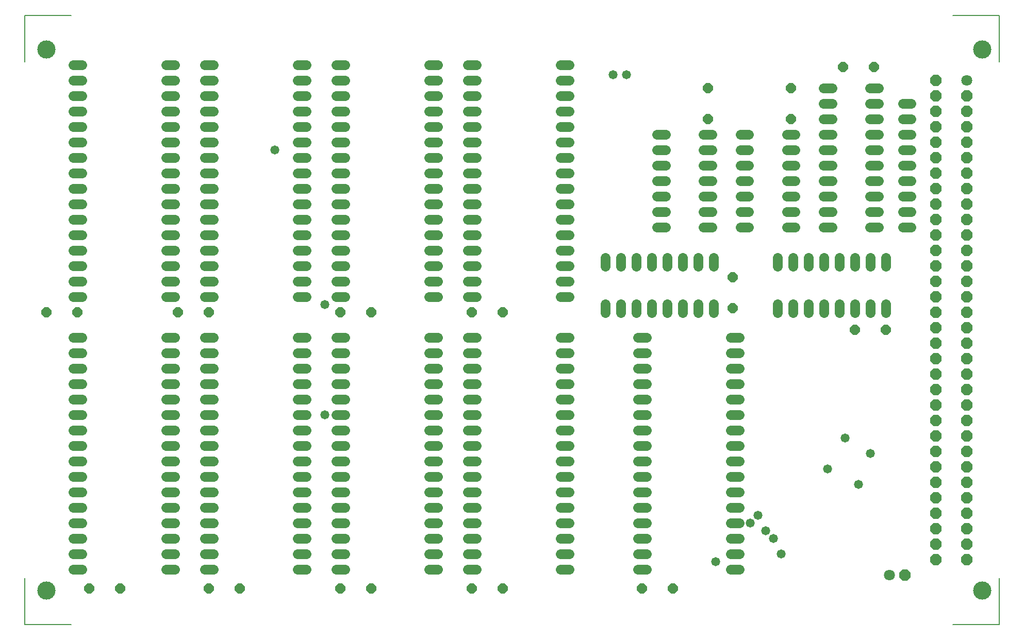
<source format=gbs>
G75*
%MOIN*%
%OFA0B0*%
%FSLAX24Y24*%
%IPPOS*%
%LPD*%
%AMOC8*
5,1,8,0,0,1.08239X$1,22.5*
%
%ADD10C,0.0640*%
%ADD11C,0.0060*%
%ADD12C,0.0710*%
%ADD13OC8,0.0710*%
%ADD14C,0.1180*%
%ADD15OC8,0.0640*%
%ADD16C,0.0580*%
D10*
X008053Y010985D02*
X008613Y010985D01*
X008613Y011985D02*
X008053Y011985D01*
X008053Y012985D02*
X008613Y012985D01*
X008613Y013985D02*
X008053Y013985D01*
X008053Y014985D02*
X008613Y014985D01*
X008613Y015985D02*
X008053Y015985D01*
X008053Y016985D02*
X008613Y016985D01*
X008613Y017985D02*
X008053Y017985D01*
X008053Y018985D02*
X008613Y018985D01*
X008613Y019985D02*
X008053Y019985D01*
X008053Y020985D02*
X008613Y020985D01*
X008613Y021985D02*
X008053Y021985D01*
X008053Y022985D02*
X008613Y022985D01*
X008613Y023985D02*
X008053Y023985D01*
X008053Y024985D02*
X008613Y024985D01*
X008613Y025985D02*
X008053Y025985D01*
X008053Y028610D02*
X008613Y028610D01*
X008613Y029610D02*
X008053Y029610D01*
X008053Y030610D02*
X008613Y030610D01*
X008613Y031610D02*
X008053Y031610D01*
X008053Y032610D02*
X008613Y032610D01*
X008613Y033610D02*
X008053Y033610D01*
X008053Y034610D02*
X008613Y034610D01*
X008613Y035610D02*
X008053Y035610D01*
X008053Y036610D02*
X008613Y036610D01*
X008613Y037610D02*
X008053Y037610D01*
X008053Y038610D02*
X008613Y038610D01*
X008613Y039610D02*
X008053Y039610D01*
X008053Y040610D02*
X008613Y040610D01*
X008613Y041610D02*
X008053Y041610D01*
X008053Y042610D02*
X008613Y042610D01*
X008613Y043610D02*
X008053Y043610D01*
X014053Y043610D02*
X014613Y043610D01*
X014613Y042610D02*
X014053Y042610D01*
X014053Y041610D02*
X014613Y041610D01*
X014613Y040610D02*
X014053Y040610D01*
X014053Y039610D02*
X014613Y039610D01*
X014613Y038610D02*
X014053Y038610D01*
X014053Y037610D02*
X014613Y037610D01*
X014613Y036610D02*
X014053Y036610D01*
X014053Y035610D02*
X014613Y035610D01*
X014613Y034610D02*
X014053Y034610D01*
X014053Y033610D02*
X014613Y033610D01*
X014613Y032610D02*
X014053Y032610D01*
X014053Y031610D02*
X014613Y031610D01*
X014613Y030610D02*
X014053Y030610D01*
X014053Y029610D02*
X014613Y029610D01*
X014613Y028610D02*
X014053Y028610D01*
X016553Y028610D02*
X017113Y028610D01*
X017113Y029610D02*
X016553Y029610D01*
X016553Y030610D02*
X017113Y030610D01*
X017113Y031610D02*
X016553Y031610D01*
X016553Y032610D02*
X017113Y032610D01*
X017113Y033610D02*
X016553Y033610D01*
X016553Y034610D02*
X017113Y034610D01*
X017113Y035610D02*
X016553Y035610D01*
X016553Y036610D02*
X017113Y036610D01*
X017113Y037610D02*
X016553Y037610D01*
X016553Y038610D02*
X017113Y038610D01*
X017113Y039610D02*
X016553Y039610D01*
X016553Y040610D02*
X017113Y040610D01*
X017113Y041610D02*
X016553Y041610D01*
X016553Y042610D02*
X017113Y042610D01*
X017113Y043610D02*
X016553Y043610D01*
X022553Y043610D02*
X023113Y043610D01*
X023113Y042610D02*
X022553Y042610D01*
X022553Y041610D02*
X023113Y041610D01*
X023113Y040610D02*
X022553Y040610D01*
X022553Y039610D02*
X023113Y039610D01*
X023113Y038610D02*
X022553Y038610D01*
X022553Y037610D02*
X023113Y037610D01*
X023113Y036610D02*
X022553Y036610D01*
X022553Y035610D02*
X023113Y035610D01*
X023113Y034610D02*
X022553Y034610D01*
X022553Y033610D02*
X023113Y033610D01*
X023113Y032610D02*
X022553Y032610D01*
X022553Y031610D02*
X023113Y031610D01*
X023113Y030610D02*
X022553Y030610D01*
X022553Y029610D02*
X023113Y029610D01*
X023113Y028610D02*
X022553Y028610D01*
X025053Y028610D02*
X025613Y028610D01*
X025613Y029610D02*
X025053Y029610D01*
X025053Y030610D02*
X025613Y030610D01*
X025613Y031610D02*
X025053Y031610D01*
X025053Y032610D02*
X025613Y032610D01*
X025613Y033610D02*
X025053Y033610D01*
X025053Y034610D02*
X025613Y034610D01*
X025613Y035610D02*
X025053Y035610D01*
X025053Y036610D02*
X025613Y036610D01*
X025613Y037610D02*
X025053Y037610D01*
X025053Y038610D02*
X025613Y038610D01*
X025613Y039610D02*
X025053Y039610D01*
X025053Y040610D02*
X025613Y040610D01*
X025613Y041610D02*
X025053Y041610D01*
X025053Y042610D02*
X025613Y042610D01*
X025613Y043610D02*
X025053Y043610D01*
X031053Y043610D02*
X031613Y043610D01*
X031613Y042610D02*
X031053Y042610D01*
X031053Y041610D02*
X031613Y041610D01*
X031613Y040610D02*
X031053Y040610D01*
X031053Y039610D02*
X031613Y039610D01*
X031613Y038610D02*
X031053Y038610D01*
X031053Y037610D02*
X031613Y037610D01*
X031613Y036610D02*
X031053Y036610D01*
X031053Y035610D02*
X031613Y035610D01*
X031613Y034610D02*
X031053Y034610D01*
X031053Y033610D02*
X031613Y033610D01*
X031613Y032610D02*
X031053Y032610D01*
X031053Y031610D02*
X031613Y031610D01*
X031613Y030610D02*
X031053Y030610D01*
X031053Y029610D02*
X031613Y029610D01*
X031613Y028610D02*
X031053Y028610D01*
X033553Y028610D02*
X034113Y028610D01*
X034113Y029610D02*
X033553Y029610D01*
X033553Y030610D02*
X034113Y030610D01*
X034113Y031610D02*
X033553Y031610D01*
X033553Y032610D02*
X034113Y032610D01*
X034113Y033610D02*
X033553Y033610D01*
X033553Y034610D02*
X034113Y034610D01*
X034113Y035610D02*
X033553Y035610D01*
X033553Y036610D02*
X034113Y036610D01*
X034113Y037610D02*
X033553Y037610D01*
X033553Y038610D02*
X034113Y038610D01*
X034113Y039610D02*
X033553Y039610D01*
X033553Y040610D02*
X034113Y040610D01*
X034113Y041610D02*
X033553Y041610D01*
X033553Y042610D02*
X034113Y042610D01*
X034113Y043610D02*
X033553Y043610D01*
X039553Y043610D02*
X040113Y043610D01*
X040113Y042610D02*
X039553Y042610D01*
X039553Y041610D02*
X040113Y041610D01*
X040113Y040610D02*
X039553Y040610D01*
X039553Y039610D02*
X040113Y039610D01*
X040113Y038610D02*
X039553Y038610D01*
X039553Y037610D02*
X040113Y037610D01*
X040113Y036610D02*
X039553Y036610D01*
X039553Y035610D02*
X040113Y035610D01*
X040113Y034610D02*
X039553Y034610D01*
X039553Y033610D02*
X040113Y033610D01*
X040113Y032610D02*
X039553Y032610D01*
X039553Y031610D02*
X040113Y031610D01*
X040113Y030610D02*
X039553Y030610D01*
X039553Y029610D02*
X040113Y029610D01*
X040113Y028610D02*
X039553Y028610D01*
X042458Y028140D02*
X042458Y027580D01*
X043458Y027580D02*
X043458Y028140D01*
X044458Y028140D02*
X044458Y027580D01*
X045458Y027580D02*
X045458Y028140D01*
X046458Y028140D02*
X046458Y027580D01*
X047458Y027580D02*
X047458Y028140D01*
X048458Y028140D02*
X048458Y027580D01*
X049458Y027580D02*
X049458Y028140D01*
X050553Y025985D02*
X051113Y025985D01*
X051113Y024985D02*
X050553Y024985D01*
X050553Y023985D02*
X051113Y023985D01*
X051113Y022985D02*
X050553Y022985D01*
X050553Y021985D02*
X051113Y021985D01*
X051113Y020985D02*
X050553Y020985D01*
X050553Y019985D02*
X051113Y019985D01*
X051113Y018985D02*
X050553Y018985D01*
X050553Y017985D02*
X051113Y017985D01*
X051113Y016985D02*
X050553Y016985D01*
X050553Y015985D02*
X051113Y015985D01*
X051113Y014985D02*
X050553Y014985D01*
X050553Y013985D02*
X051113Y013985D01*
X051113Y012985D02*
X050553Y012985D01*
X050553Y011985D02*
X051113Y011985D01*
X051113Y010985D02*
X050553Y010985D01*
X045113Y010985D02*
X044553Y010985D01*
X044553Y011985D02*
X045113Y011985D01*
X045113Y012985D02*
X044553Y012985D01*
X044553Y013985D02*
X045113Y013985D01*
X045113Y014985D02*
X044553Y014985D01*
X044553Y015985D02*
X045113Y015985D01*
X045113Y016985D02*
X044553Y016985D01*
X044553Y017985D02*
X045113Y017985D01*
X045113Y018985D02*
X044553Y018985D01*
X044553Y019985D02*
X045113Y019985D01*
X045113Y020985D02*
X044553Y020985D01*
X044553Y021985D02*
X045113Y021985D01*
X045113Y022985D02*
X044553Y022985D01*
X044553Y023985D02*
X045113Y023985D01*
X045113Y024985D02*
X044553Y024985D01*
X044553Y025985D02*
X045113Y025985D01*
X040113Y025985D02*
X039553Y025985D01*
X039553Y024985D02*
X040113Y024985D01*
X040113Y023985D02*
X039553Y023985D01*
X039553Y022985D02*
X040113Y022985D01*
X040113Y021985D02*
X039553Y021985D01*
X039553Y020985D02*
X040113Y020985D01*
X040113Y019985D02*
X039553Y019985D01*
X039553Y018985D02*
X040113Y018985D01*
X040113Y017985D02*
X039553Y017985D01*
X039553Y016985D02*
X040113Y016985D01*
X040113Y015985D02*
X039553Y015985D01*
X039553Y014985D02*
X040113Y014985D01*
X040113Y013985D02*
X039553Y013985D01*
X039553Y012985D02*
X040113Y012985D01*
X040113Y011985D02*
X039553Y011985D01*
X039553Y010985D02*
X040113Y010985D01*
X034113Y010985D02*
X033553Y010985D01*
X033553Y011985D02*
X034113Y011985D01*
X034113Y012985D02*
X033553Y012985D01*
X033553Y013985D02*
X034113Y013985D01*
X034113Y014985D02*
X033553Y014985D01*
X033553Y015985D02*
X034113Y015985D01*
X034113Y016985D02*
X033553Y016985D01*
X033553Y017985D02*
X034113Y017985D01*
X034113Y018985D02*
X033553Y018985D01*
X033553Y019985D02*
X034113Y019985D01*
X034113Y020985D02*
X033553Y020985D01*
X033553Y021985D02*
X034113Y021985D01*
X034113Y022985D02*
X033553Y022985D01*
X033553Y023985D02*
X034113Y023985D01*
X034113Y024985D02*
X033553Y024985D01*
X033553Y025985D02*
X034113Y025985D01*
X031613Y025985D02*
X031053Y025985D01*
X031053Y024985D02*
X031613Y024985D01*
X031613Y023985D02*
X031053Y023985D01*
X031053Y022985D02*
X031613Y022985D01*
X031613Y021985D02*
X031053Y021985D01*
X031053Y020985D02*
X031613Y020985D01*
X031613Y019985D02*
X031053Y019985D01*
X031053Y018985D02*
X031613Y018985D01*
X031613Y017985D02*
X031053Y017985D01*
X031053Y016985D02*
X031613Y016985D01*
X031613Y015985D02*
X031053Y015985D01*
X031053Y014985D02*
X031613Y014985D01*
X031613Y013985D02*
X031053Y013985D01*
X031053Y012985D02*
X031613Y012985D01*
X031613Y011985D02*
X031053Y011985D01*
X031053Y010985D02*
X031613Y010985D01*
X025613Y010985D02*
X025053Y010985D01*
X025053Y011985D02*
X025613Y011985D01*
X025613Y012985D02*
X025053Y012985D01*
X025053Y013985D02*
X025613Y013985D01*
X025613Y014985D02*
X025053Y014985D01*
X025053Y015985D02*
X025613Y015985D01*
X025613Y016985D02*
X025053Y016985D01*
X025053Y017985D02*
X025613Y017985D01*
X025613Y018985D02*
X025053Y018985D01*
X025053Y019985D02*
X025613Y019985D01*
X025613Y020985D02*
X025053Y020985D01*
X025053Y021985D02*
X025613Y021985D01*
X025613Y022985D02*
X025053Y022985D01*
X025053Y023985D02*
X025613Y023985D01*
X025613Y024985D02*
X025053Y024985D01*
X025053Y025985D02*
X025613Y025985D01*
X023113Y025985D02*
X022553Y025985D01*
X022553Y024985D02*
X023113Y024985D01*
X023113Y023985D02*
X022553Y023985D01*
X022553Y022985D02*
X023113Y022985D01*
X023113Y021985D02*
X022553Y021985D01*
X022553Y020985D02*
X023113Y020985D01*
X023113Y019985D02*
X022553Y019985D01*
X022553Y018985D02*
X023113Y018985D01*
X023113Y017985D02*
X022553Y017985D01*
X022553Y016985D02*
X023113Y016985D01*
X023113Y015985D02*
X022553Y015985D01*
X022553Y014985D02*
X023113Y014985D01*
X023113Y013985D02*
X022553Y013985D01*
X022553Y012985D02*
X023113Y012985D01*
X023113Y011985D02*
X022553Y011985D01*
X022553Y010985D02*
X023113Y010985D01*
X017113Y010985D02*
X016553Y010985D01*
X016553Y011985D02*
X017113Y011985D01*
X017113Y012985D02*
X016553Y012985D01*
X016553Y013985D02*
X017113Y013985D01*
X017113Y014985D02*
X016553Y014985D01*
X016553Y015985D02*
X017113Y015985D01*
X017113Y016985D02*
X016553Y016985D01*
X016553Y017985D02*
X017113Y017985D01*
X017113Y018985D02*
X016553Y018985D01*
X016553Y019985D02*
X017113Y019985D01*
X017113Y020985D02*
X016553Y020985D01*
X016553Y021985D02*
X017113Y021985D01*
X017113Y022985D02*
X016553Y022985D01*
X016553Y023985D02*
X017113Y023985D01*
X017113Y024985D02*
X016553Y024985D01*
X016553Y025985D02*
X017113Y025985D01*
X014613Y025985D02*
X014053Y025985D01*
X014053Y024985D02*
X014613Y024985D01*
X014613Y023985D02*
X014053Y023985D01*
X014053Y022985D02*
X014613Y022985D01*
X014613Y021985D02*
X014053Y021985D01*
X014053Y020985D02*
X014613Y020985D01*
X014613Y019985D02*
X014053Y019985D01*
X014053Y018985D02*
X014613Y018985D01*
X014613Y017985D02*
X014053Y017985D01*
X014053Y016985D02*
X014613Y016985D01*
X014613Y015985D02*
X014053Y015985D01*
X014053Y014985D02*
X014613Y014985D01*
X014613Y013985D02*
X014053Y013985D01*
X014053Y012985D02*
X014613Y012985D01*
X014613Y011985D02*
X014053Y011985D01*
X014053Y010985D02*
X014613Y010985D01*
X042458Y030580D02*
X042458Y031140D01*
X043458Y031140D02*
X043458Y030580D01*
X044458Y030580D02*
X044458Y031140D01*
X045458Y031140D02*
X045458Y030580D01*
X046458Y030580D02*
X046458Y031140D01*
X047458Y031140D02*
X047458Y030580D01*
X048458Y030580D02*
X048458Y031140D01*
X049458Y031140D02*
X049458Y030580D01*
X049363Y033110D02*
X048803Y033110D01*
X048803Y034110D02*
X049363Y034110D01*
X049363Y035110D02*
X048803Y035110D01*
X048803Y036110D02*
X049363Y036110D01*
X049363Y037110D02*
X048803Y037110D01*
X048803Y038110D02*
X049363Y038110D01*
X049363Y039110D02*
X048803Y039110D01*
X046363Y039110D02*
X045803Y039110D01*
X045803Y038110D02*
X046363Y038110D01*
X046363Y037110D02*
X045803Y037110D01*
X045803Y036110D02*
X046363Y036110D01*
X046363Y035110D02*
X045803Y035110D01*
X045803Y034110D02*
X046363Y034110D01*
X046363Y033110D02*
X045803Y033110D01*
X051178Y033110D02*
X051738Y033110D01*
X051738Y034110D02*
X051178Y034110D01*
X051178Y035110D02*
X051738Y035110D01*
X051738Y036110D02*
X051178Y036110D01*
X051178Y037110D02*
X051738Y037110D01*
X051738Y038110D02*
X051178Y038110D01*
X051178Y039110D02*
X051738Y039110D01*
X054178Y039110D02*
X054738Y039110D01*
X054738Y038110D02*
X054178Y038110D01*
X054178Y037110D02*
X054738Y037110D01*
X054738Y036110D02*
X054178Y036110D01*
X054178Y035110D02*
X054738Y035110D01*
X054738Y034110D02*
X054178Y034110D01*
X054178Y033110D02*
X054738Y033110D01*
X056553Y033110D02*
X057113Y033110D01*
X057113Y034110D02*
X056553Y034110D01*
X056553Y035110D02*
X057113Y035110D01*
X057113Y036110D02*
X056553Y036110D01*
X056553Y037110D02*
X057113Y037110D01*
X057113Y038110D02*
X056553Y038110D01*
X056553Y039110D02*
X057113Y039110D01*
X057113Y040110D02*
X056553Y040110D01*
X056553Y041110D02*
X057113Y041110D01*
X057113Y042110D02*
X056553Y042110D01*
X059553Y042110D02*
X060113Y042110D01*
X060113Y041110D02*
X059553Y041110D01*
X059553Y040110D02*
X060113Y040110D01*
X060113Y039110D02*
X059553Y039110D01*
X059553Y038110D02*
X060113Y038110D01*
X060113Y037110D02*
X059553Y037110D01*
X059553Y036110D02*
X060113Y036110D01*
X060113Y035110D02*
X059553Y035110D01*
X059553Y034110D02*
X060113Y034110D01*
X060113Y033110D02*
X059553Y033110D01*
X061678Y033110D02*
X062238Y033110D01*
X062238Y034110D02*
X061678Y034110D01*
X061678Y035110D02*
X062238Y035110D01*
X062238Y036110D02*
X061678Y036110D01*
X061678Y037110D02*
X062238Y037110D01*
X062238Y038110D02*
X061678Y038110D01*
X061678Y039110D02*
X062238Y039110D01*
X062238Y040110D02*
X061678Y040110D01*
X061678Y041110D02*
X062238Y041110D01*
X060583Y031140D02*
X060583Y030580D01*
X059583Y030580D02*
X059583Y031140D01*
X058583Y031140D02*
X058583Y030580D01*
X057583Y030580D02*
X057583Y031140D01*
X056583Y031140D02*
X056583Y030580D01*
X055583Y030580D02*
X055583Y031140D01*
X054583Y031140D02*
X054583Y030580D01*
X053583Y030580D02*
X053583Y031140D01*
X053583Y028140D02*
X053583Y027580D01*
X054583Y027580D02*
X054583Y028140D01*
X055583Y028140D02*
X055583Y027580D01*
X056583Y027580D02*
X056583Y028140D01*
X057583Y028140D02*
X057583Y027580D01*
X058583Y027580D02*
X058583Y028140D01*
X059583Y028140D02*
X059583Y027580D01*
X060583Y027580D02*
X060583Y028140D01*
D11*
X004933Y010420D02*
X004933Y007420D01*
X007933Y007420D01*
X004933Y043800D02*
X004933Y046800D01*
X007933Y046800D01*
X064933Y046800D02*
X067933Y046800D01*
X067933Y043800D01*
X067933Y010420D02*
X067933Y007420D01*
X064933Y007420D01*
D12*
X060833Y010610D03*
X065833Y042610D03*
D13*
X065833Y041610D03*
X065833Y040610D03*
X065833Y039610D03*
X065833Y038610D03*
X065833Y037610D03*
X065833Y036610D03*
X065833Y035610D03*
X065833Y034610D03*
X065833Y033610D03*
X065833Y032610D03*
X065833Y031610D03*
X065833Y030610D03*
X065833Y029610D03*
X065833Y028610D03*
X065833Y027610D03*
X065833Y026610D03*
X065833Y025610D03*
X065833Y024610D03*
X065833Y023610D03*
X065833Y022610D03*
X065833Y021610D03*
X065833Y020610D03*
X065833Y019610D03*
X065833Y018610D03*
X065833Y017610D03*
X065833Y016610D03*
X065833Y015610D03*
X065833Y014610D03*
X065833Y013610D03*
X065833Y012610D03*
X065833Y011610D03*
X063833Y011610D03*
X063833Y012610D03*
X063833Y013610D03*
X063833Y014610D03*
X063833Y015610D03*
X063833Y016610D03*
X063833Y017610D03*
X063833Y018610D03*
X063833Y019610D03*
X063833Y020610D03*
X063833Y021610D03*
X063833Y022610D03*
X063833Y023610D03*
X063833Y024610D03*
X063833Y025610D03*
X063833Y026610D03*
X063833Y027610D03*
X063833Y028610D03*
X063833Y029610D03*
X063833Y030610D03*
X063833Y031610D03*
X063833Y032610D03*
X063833Y033610D03*
X063833Y034610D03*
X063833Y035610D03*
X063833Y036610D03*
X063833Y037610D03*
X063833Y038610D03*
X063833Y039610D03*
X063833Y040610D03*
X063833Y041610D03*
X063833Y042610D03*
X061833Y010610D03*
D14*
X066833Y009610D03*
X066833Y044610D03*
X006333Y044610D03*
X006333Y009610D03*
D15*
X009083Y009735D03*
X011083Y009735D03*
X016833Y009735D03*
X018833Y009735D03*
X025333Y009735D03*
X027333Y009735D03*
X033833Y009735D03*
X035833Y009735D03*
X044833Y009735D03*
X046833Y009735D03*
X058583Y026485D03*
X060583Y026485D03*
X050708Y027860D03*
X050708Y029860D03*
X049083Y040110D03*
X049083Y042110D03*
X054458Y042110D03*
X054458Y040110D03*
X057833Y043485D03*
X059833Y043485D03*
X035833Y027610D03*
X033833Y027610D03*
X027333Y027610D03*
X025333Y027610D03*
X016833Y027610D03*
X014833Y027610D03*
X008333Y027610D03*
X006333Y027610D03*
D16*
X021083Y038110D03*
X024333Y028110D03*
X024333Y020985D03*
X049583Y011485D03*
X051833Y013985D03*
X052333Y014485D03*
X052833Y013485D03*
X053333Y012985D03*
X053833Y011985D03*
X058833Y016485D03*
X056833Y017485D03*
X057958Y019485D03*
X059583Y018485D03*
X043833Y042985D03*
X042958Y042985D03*
M02*

</source>
